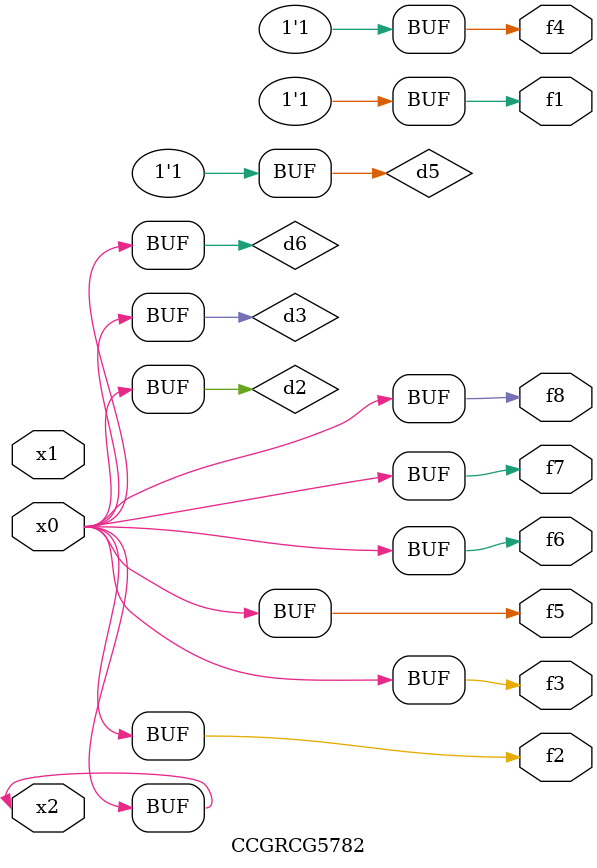
<source format=v>
module CCGRCG5782(
	input x0, x1, x2,
	output f1, f2, f3, f4, f5, f6, f7, f8
);

	wire d1, d2, d3, d4, d5, d6;

	xnor (d1, x2);
	buf (d2, x0, x2);
	and (d3, x0);
	xnor (d4, x1, x2);
	nand (d5, d1, d3);
	buf (d6, d2, d3);
	assign f1 = d5;
	assign f2 = d6;
	assign f3 = d6;
	assign f4 = d5;
	assign f5 = d6;
	assign f6 = d6;
	assign f7 = d6;
	assign f8 = d6;
endmodule

</source>
